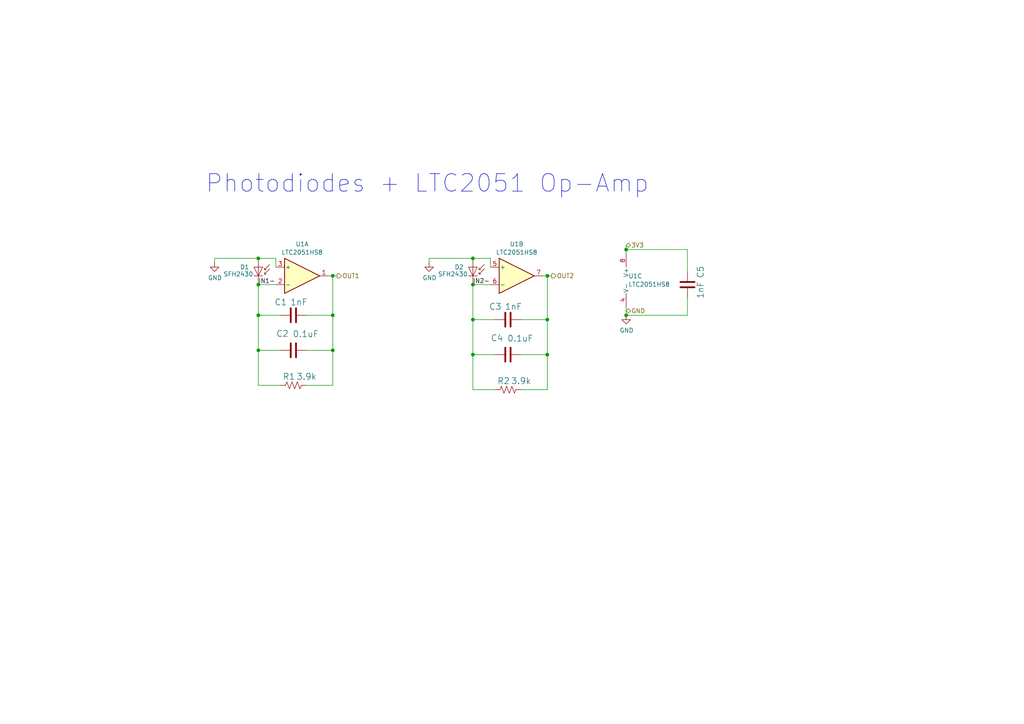
<source format=kicad_sch>
(kicad_sch (version 20250114) (generator "eeschema") (generator_version "9.0")
  (paper "A4")
  (title_block (title "Flex Deploy Side Panels") (date "2025-04-05") (rev "3.3") (company "Stanford Student Space Initiative") (comment 1 "Jacob Mukobi, Spencer Wallace with minor edits by Hunter Liu"))
  (lib_symbols
    (symbol "Device:C" (pin_numbers (hide yes)) (pin_names (offset 0.254))
      (property "Reference" "C" (at 0.635 2.54 0))
      (property "Value" "C" (at 0.635 -2.54 0))
      (symbol "C_0_1"
        (polyline (pts (xy -2.032 0.762) (xy 2.032 0.762)) (stroke (width 0.508)))
        (polyline (pts (xy -2.032 -0.762) (xy 2.032 -0.762)) (stroke (width 0.508)))
      )
      (symbol "C_1_1"
        (pin passive line (at 0 3.81 270) (length 2.794) (name "~") (number "1"))
        (pin passive line (at 0 -3.81 90) (length 2.794) (name "~") (number "2"))
      )
    )
    (symbol "Device:R_US" (pin_numbers (hide yes)) (pin_names (offset 0))
      (property "Reference" "R" (at 2.54 0 90))
      (property "Value" "R_US" (at -2.54 0 90))
      (symbol "R_US_0_1"
        (polyline (pts (xy 0 2.286) (xy 0 2.54)))
        (polyline (pts (xy 0 2.286) (xy 1.016 1.905) (xy 0 1.524) (xy -1.016 1.143) (xy 0 0.762)))
        (polyline (pts (xy 0 0.762) (xy 1.016 0.381) (xy 0 0) (xy -1.016 -0.381) (xy 0 -0.762)))
        (polyline (pts (xy 0 -0.762) (xy 1.016 -1.143) (xy 0 -1.524) (xy -1.016 -1.905) (xy 0 -2.286)))
        (polyline (pts (xy 0 -2.286) (xy 0 -2.54)))
      )
      (symbol "R_US_1_1"
        (pin passive line (at 0 3.81 270) (length 1.27) (name "~") (number "1"))
        (pin passive line (at 0 -3.81 90) (length 1.27) (name "~") (number "2"))
      )
    )
    (symbol "Sensor_Optical:SFH2430" (pin_numbers (hide yes)) (pin_names (offset 1.016) (hide yes))
      (property "Reference" "D" (at 0.508 1.778 0))
      (property "Value" "SFH2430" (at -1.016 -2.794 0))
      (symbol "SFH2430_0_1"
        (polyline (pts (xy -2.54 1.27) (xy -2.54 -1.27)) (stroke (width 0.1524)))
        (polyline (pts (xy -2.032 1.778) (xy -1.524 1.778)))
        (polyline (pts (xy -0.508 3.302) (xy -2.032 1.778) (xy -2.032 2.286)))
        (polyline (pts (xy 0 1.27) (xy -2.54 0) (xy 0 -1.27)))
        (polyline (pts (xy 0 0) (xy -2.54 0)))
        (polyline (pts (xy 0 -1.27) (xy 0 1.27)))
        (polyline (pts (xy 0.762 3.302) (xy -0.762 1.778) (xy -0.762 2.286) (xy -0.762 1.778) (xy -0.254 1.778)))
      )
      (symbol "SFH2430_1_1"
        (pin passive line (at -5.08 0 0) (length 2.54) (name "K") (number "1"))
        (pin passive line (at 2.54 0 180) (length 2.54) (name "A") (number "2"))
      )
    )
    (symbol "power:GND" (power) (pin_numbers (hide yes)) (pin_names (offset 0) (hide yes))
      (property "Value" "GND" (at 0 -3.81 0))
      (symbol "GND_0_1"
        (polyline (pts (xy 0 0) (xy 0 -1.27) (xy 1.27 -1.27) (xy 0 -2.54) (xy -1.27 -1.27) (xy 0 -1.27)))
      )
      (symbol "GND_1_1"
        (pin power_in line (at 0 0 270) (length 0) (name "~") (number "1"))
      )
    )
    (symbol "ssi_IC:LTC2051HS8" (pin_names (offset 0.127))
      (property "Reference" "U" (at 5.08 7.62 0))
      (property "Value" "LTC2051HS8" (at 5.08 5.08 0))
      (symbol "LTC2051HS8_1_1"
        (polyline (pts (xy -5.08 5.08) (xy -5.08 -5.08) (xy 5.08 0) (xy -5.08 5.08)) (stroke (width 0.254)) (fill (type background)))
        (pin input line (at -7.62 2.54 0) (length 2.54) (name "+") (number "3"))
        (pin input line (at -7.62 -2.54 0) (length 2.54) (name "-") (number "2"))
        (pin output line (at 7.62 0 180) (length 2.54) (name "~") (number "1"))
      )
      (symbol "LTC2051HS8_2_1"
        (polyline (pts (xy -5.08 5.08) (xy -5.08 -5.08) (xy 5.08 0) (xy -5.08 5.08)) (stroke (width 0.254)) (fill (type background)))
        (pin input line (at -7.62 2.54 0) (length 2.54) (name "+") (number "5"))
        (pin input line (at -7.62 -2.54 0) (length 2.54) (name "-") (number "6"))
        (pin output line (at 7.62 0 180) (length 2.54) (name "~") (number "7"))
      )
      (symbol "LTC2051HS8_3_1"
        (pin power_in line (at -2.54 7.62 270) (length 3.81) (name "V+") (number "8"))
        (pin power_in line (at -2.54 -7.62 90) (length 3.81) (name "V-") (number "4"))
      )
    )
  )
  (text "Photodiodes + LTC2051 Op-Amp" (at 123.952 53.34 0) (effects (font (size 5.08 5.08))))
  (junction (at 181.61 72.39))
  (junction (at 137.16 102.87))
  (junction (at 137.16 82.55))
  (junction (at 96.52 80.01))
  (junction (at 74.93 82.55))
  (junction (at 74.93 101.6))
  (junction (at 137.16 74.93))
  (junction (at 158.75 92.71))
  (junction (at 181.61 91.44))
  (junction (at 74.93 74.93))
  (junction (at 96.52 101.6))
  (junction (at 137.16 92.71))
  (junction (at 158.75 102.87))
  (junction (at 74.93 91.44))
  (junction (at 96.52 91.44))
  (junction (at 158.75 80.01))
  (wire (pts (xy 74.93 101.6) (xy 74.93 111.76)))
  (wire (pts (xy 74.93 91.44) (xy 74.93 101.6)))
  (wire (pts (xy 157.48 80.01) (xy 158.75 80.01)))
  (wire (pts (xy 74.93 74.93) (xy 80.01 74.93)))
  (wire (pts (xy 62.23 74.93) (xy 74.93 74.93)))
  (wire (pts (xy 137.16 92.71) (xy 137.16 102.87)))
  (wire (pts (xy 96.52 101.6) (xy 96.52 111.76)))
  (wire (pts (xy 181.61 72.39) (xy 181.61 73.66)))
  (wire (pts (xy 88.9 111.76) (xy 96.52 111.76)))
  (wire (pts (xy 124.46 74.93) (xy 124.46 76.2)))
  (wire (pts (xy 74.93 82.55) (xy 80.01 82.55)))
  (wire (pts (xy 137.16 102.87) (xy 143.51 102.87)))
  (wire (pts (xy 158.75 92.71) (xy 158.75 102.87)))
  (wire (pts (xy 151.13 92.71) (xy 158.75 92.71)))
  (wire (pts (xy 151.13 113.03) (xy 158.75 113.03)))
  (wire (pts (xy 124.46 74.93) (xy 137.16 74.93)))
  (wire (pts (xy 158.75 102.87) (xy 158.75 113.03)))
  (wire (pts (xy 80.01 77.47) (xy 80.01 74.93)))
  (wire (pts (xy 151.13 102.87) (xy 158.75 102.87)))
  (wire (pts (xy 88.9 101.6) (xy 96.52 101.6)))
  (wire (pts (xy 142.24 77.47) (xy 142.24 74.93)))
  (wire (pts (xy 137.16 113.03) (xy 143.51 113.03)))
  (wire (pts (xy 199.39 86.36) (xy 199.39 91.44)))
  (wire (pts (xy 74.93 91.44) (xy 81.28 91.44)))
  (wire (pts (xy 181.61 88.9) (xy 181.61 91.44)))
  (wire (pts (xy 137.16 74.93) (xy 142.24 74.93)))
  (wire (pts (xy 137.16 82.55) (xy 142.24 82.55)))
  (wire (pts (xy 158.75 80.01) (xy 160.02 80.01)))
  (wire (pts (xy 96.52 91.44) (xy 96.52 101.6)))
  (wire (pts (xy 74.93 101.6) (xy 81.28 101.6)))
  (wire (pts (xy 96.52 80.01) (xy 97.79 80.01)))
  (wire (pts (xy 137.16 82.55) (xy 137.16 92.71)))
  (wire (pts (xy 74.93 82.55) (xy 74.93 91.44)))
  (wire (pts (xy 96.52 80.01) (xy 96.52 91.44)))
  (wire (pts (xy 158.75 80.01) (xy 158.75 92.71)))
  (wire (pts (xy 62.23 74.93) (xy 62.23 76.2)))
  (wire (pts (xy 137.16 92.71) (xy 143.51 92.71)))
  (wire (pts (xy 95.25 80.01) (xy 96.52 80.01)))
  (wire (pts (xy 181.61 71.12) (xy 181.61 72.39)))
  (wire (pts (xy 199.39 91.44) (xy 181.61 91.44)))
  (wire (pts (xy 181.61 72.39) (xy 199.39 72.39)))
  (wire (pts (xy 74.93 111.76) (xy 81.28 111.76)))
  (wire (pts (xy 199.39 78.74) (xy 199.39 72.39)))
  (wire (pts (xy 88.9 91.44) (xy 96.52 91.44)))
  (wire (pts (xy 137.16 102.87) (xy 137.16 113.03)))
  (label "IN1-" (at 74.93 82.55 0))
  (label "IN2-" (at 137.16 82.55 0))
  (hierarchical_label "GND" (shape bidirectional) (at 181.61 90.17 0))
  (hierarchical_label "3V3" (shape bidirectional) (at 181.61 71.12 0))
  (hierarchical_label "OUT1" (shape output) (at 97.79 80.01 0))
  (hierarchical_label "OUT2" (shape output) (at 160.02 80.01 0))
  (symbol (lib_id "power:GND") (at 62.23 76.2 0) (unit 1)
    (property "Reference" "#PWR?" (effects (hide yes)))
    (property "Value" "GND" (at 62.357 80.5942 0))
  )
  (symbol (lib_id "Device:C") (at 85.09 91.44 90) (unit 1)
    (property "Reference" "C1" (at 83.3374 86.6394 90) (effects (font (size 1.778 1.778)) (justify left bottom)))
    (property "Value" "1nF" (at 89.2556 86.6394 90) (effects (font (size 1.778 1.778)) (justify left bottom)))
    (property "Footprint" "Capacitor_SMD:C_0603_1608Metric" (effects (hide yes)))
    (property "Description" "Unpolarized capacitor" (effects (hide yes)))
  )
  (symbol (lib_id "ssi_IC:LTC2051HS8") (at 184.15 81.28 0) (unit 3)
    (property "Reference" "U1" (at 182.245 80.0678 0) (effects (justify left)))
    (property "Value" "LTC2051HS8" (at 182.245 82.4921 0) (effects (justify left)))
    (property "Footprint" "ssi_IC:LTC2051HS8_PBF" (effects (hide yes)))
    (property "Datasheet" "https://www.analog.com/media/en/technical-documentation/data-sheets/20512fd.pdf" (effects (hide yes)))
    (property "Description" "Dual 5V, Zero-Drift, Operational Amplifier, SO-8" (effects (hide yes)))
  )
  (symbol (lib_id "Device:R_US") (at 85.09 111.76 90) (unit 1)
    (property "Reference" "R1" (at 83.82 109.22 90) (effects (font (size 1.778 1.778))))
    (property "Value" "3.9k" (at 88.9 109.22 90) (effects (font (size 1.778 1.778))))
    (property "Footprint" "Resistor_SMD:R_0603_1608Metric" (effects (hide yes)))
  )
  (symbol (lib_id "Device:R_US") (at 147.32 113.03 90) (unit 1)
    (property "Reference" "R2" (at 146.05 110.49 90) (effects (font (size 1.778 1.778))))
    (property "Value" "3.9k" (at 151.13 110.49 90) (effects (font (size 1.778 1.778))))
    (property "Footprint" "Resistor_SMD:R_0603_1608Metric" (effects (hide yes)))
  )
  (symbol (lib_id "power:GND") (at 124.46 76.2 0) (unit 1)
    (property "Reference" "#PWR?" (effects (hide yes)))
    (property "Value" "GND" (at 124.587 80.5942 0))
  )
  (symbol (lib_id "Sensor_Optical:SFH2430") (at 137.16 77.47 270) (mirror x) (unit 1)
    (property "Reference" "D2" (at 131.826 77.47 90) (effects (justify left)))
    (property "Value" "SFH2430" (at 127 79.502 90) (effects (justify left)))
    (property "Footprint" "ssi_diode:SFH2430" (effects (hide yes)))
    (property "Datasheet" "https://dammedia.osram.info/media/resource/hires/osram-dam-5467144/SFH%202430_EN.pdf" (effects (hide yes)))
  )
  (symbol (lib_id "Device:C") (at 199.39 82.55 0) (unit 1)
    (property "Reference" "C5" (at 204.1906 80.7974 90) (effects (font (size 1.778 1.778)) (justify left bottom)))
    (property "Value" "1nF" (at 204.1906 86.7156 90) (effects (font (size 1.778 1.778)) (justify left bottom)))
    (property "Footprint" "Capacitor_SMD:C_0603_1608Metric" (effects (hide yes)))
    (property "Description" "Unpolarized capacitor" (effects (hide yes)))
  )
  (symbol (lib_id "Device:C") (at 85.09 101.6 90) (unit 1)
    (property "Reference" "C2" (at 83.82 95.758 90) (effects (font (size 1.778 1.778)) (justify left bottom)))
    (property "Value" "0.1uF" (at 92.5068 95.8596 90) (effects (font (size 1.778 1.778)) (justify left bottom)))
    (property "Footprint" "Capacitor_SMD:C_0603_1608Metric" (effects (hide yes)))
    (property "Description" "Unpolarized capacitor" (effects (hide yes)))
  )
  (symbol (lib_id "Device:C") (at 147.32 102.87 90) (unit 1)
    (property "Reference" "C4" (at 146.05 97.028 90) (effects (font (size 1.778 1.778)) (justify left bottom)))
    (property "Value" "0.1uF" (at 154.7368 97.1296 90) (effects (font (size 1.778 1.778)) (justify left bottom)))
    (property "Footprint" "Capacitor_SMD:C_0603_1608Metric" (effects (hide yes)))
    (property "Description" "Unpolarized capacitor" (effects (hide yes)))
  )
  (symbol (lib_id "ssi_IC:LTC2051HS8") (at 149.86 80.01 0) (unit 2)
    (property "Reference" "U1" (at 149.86 70.7855 0))
    (property "Value" "LTC2051HS8" (at 149.86 73.2098 0))
    (property "Footprint" "ssi_IC:LTC2051HS8_PBF" (effects (hide yes)))
    (property "Datasheet" "https://www.analog.com/media/en/technical-documentation/data-sheets/20512fd.pdf" (effects (hide yes)))
    (property "Description" "Dual 5V, Zero-Drift, Operational Amplifier, SO-8" (effects (hide yes)))
  )
  (symbol (lib_id "ssi_IC:LTC2051HS8") (at 87.63 80.01 0) (unit 1)
    (property "Reference" "U1" (at 87.63 70.7855 0))
    (property "Value" "LTC2051HS8" (at 87.63 73.2098 0))
    (property "Footprint" "ssi_IC:LTC2051HS8_PBF" (effects (hide yes)))
    (property "Datasheet" "https://www.analog.com/media/en/technical-documentation/data-sheets/20512fd.pdf" (effects (hide yes)))
    (property "Description" "Dual 5V, Zero-Drift, Operational Amplifier, SO-8" (effects (hide yes)))
  )
  (symbol (lib_id "Sensor_Optical:SFH2430") (at 74.93 77.47 270) (mirror x) (unit 1)
    (property "Reference" "D1" (at 69.596 77.47 90) (effects (justify left)))
    (property "Value" "SFH2430" (at 64.77 79.502 90) (effects (justify left)))
    (property "Footprint" "ssi_diode:SFH2430" (effects (hide yes)))
    (property "Datasheet" "https://dammedia.osram.info/media/resource/hires/osram-dam-5467144/SFH%202430_EN.pdf" (effects (hide yes)))
  )
  (symbol (lib_id "Device:C") (at 147.32 92.71 90) (unit 1)
    (property "Reference" "C3" (at 145.5674 87.9094 90) (effects (font (size 1.778 1.778)) (justify left bottom)))
    (property "Value" "1nF" (at 151.4856 87.9094 90) (effects (font (size 1.778 1.778)) (justify left bottom)))
    (property "Footprint" "Capacitor_SMD:C_0603_1608Metric" (effects (hide yes)))
    (property "Description" "Unpolarized capacitor" (effects (hide yes)))
  )
  (symbol (lib_id "power:GND") (at 181.61 91.44 0) (unit 1)
    (property "Reference" "#PWR?" (effects (hide yes)))
    (property "Value" "GND" (at 181.737 95.8342 0))
  )
)
</source>
